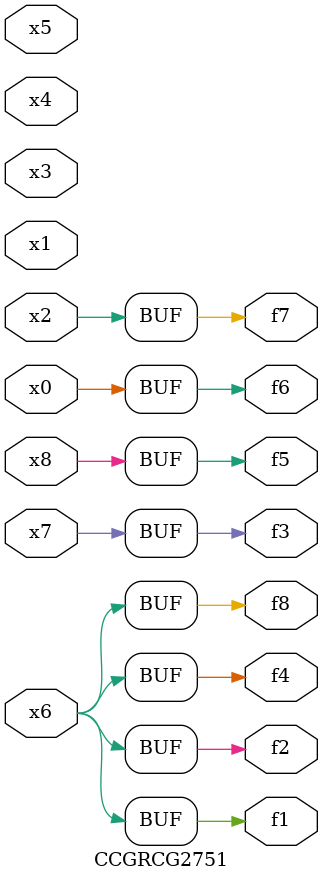
<source format=v>
module CCGRCG2751(
	input x0, x1, x2, x3, x4, x5, x6, x7, x8,
	output f1, f2, f3, f4, f5, f6, f7, f8
);
	assign f1 = x6;
	assign f2 = x6;
	assign f3 = x7;
	assign f4 = x6;
	assign f5 = x8;
	assign f6 = x0;
	assign f7 = x2;
	assign f8 = x6;
endmodule

</source>
